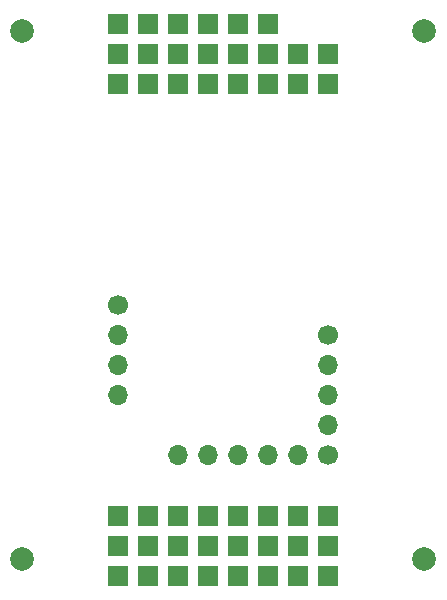
<source format=gbl>
G04 #@! TF.FileFunction,Copper,L2,Bot,Signal*
%FSLAX46Y46*%
G04 Gerber Fmt 4.6, Leading zero omitted, Abs format (unit mm)*
G04 Created by KiCad (PCBNEW 4.0.2-stable) date 06.07.2017 11:38:56*
%MOMM*%
G01*
G04 APERTURE LIST*
%ADD10C,0.100000*%
%ADD11R,1.700000X1.700000*%
%ADD12C,1.700000*%
%ADD13O,1.700000X1.700000*%
%ADD14C,2.000000*%
G04 APERTURE END LIST*
D10*
D11*
X170942000Y-92392500D03*
X173482000Y-92392500D03*
X176022000Y-92392500D03*
X178562000Y-92392500D03*
X181102000Y-92392500D03*
X183642000Y-92392500D03*
X186182000Y-92392500D03*
X188722000Y-92392500D03*
X170942000Y-89852500D03*
X173482000Y-89852500D03*
X176022000Y-89852500D03*
X178562000Y-89852500D03*
X181102000Y-89852500D03*
X183642000Y-89852500D03*
X186182000Y-89852500D03*
X188722000Y-89852500D03*
X170942000Y-87312500D03*
X173482000Y-87312500D03*
X176022000Y-87312500D03*
X178562000Y-87312500D03*
X181102000Y-87312500D03*
X183642000Y-87312500D03*
X170942000Y-128905000D03*
X173482000Y-128905000D03*
X176022000Y-128905000D03*
X178562000Y-128905000D03*
X181102000Y-128905000D03*
X183642000Y-128905000D03*
X186182000Y-128905000D03*
X188722000Y-128905000D03*
X170942000Y-131445000D03*
X173482000Y-131445000D03*
X176022000Y-131445000D03*
X178562000Y-131445000D03*
X181102000Y-131445000D03*
X183642000Y-131445000D03*
X186182000Y-131445000D03*
X188722000Y-131445000D03*
X170942000Y-133985000D03*
X173482000Y-133985000D03*
X176022000Y-133985000D03*
X178562000Y-133985000D03*
X181102000Y-133985000D03*
X183642000Y-133985000D03*
X186182000Y-133985000D03*
X188722000Y-133985000D03*
D12*
X170878500Y-111061500D03*
D13*
X170878500Y-113601500D03*
X170878500Y-116141500D03*
X170878500Y-118681500D03*
D12*
X188658500Y-113601500D03*
D13*
X188658500Y-116141500D03*
X188658500Y-118681500D03*
X188658500Y-121221500D03*
D12*
X188722000Y-123761500D03*
D13*
X186182000Y-123761500D03*
X183642000Y-123761500D03*
X181102000Y-123761500D03*
X178562000Y-123761500D03*
X176022000Y-123761500D03*
D14*
X196850000Y-87886000D03*
X196850000Y-132586000D03*
X162814000Y-132586000D03*
X162814000Y-87886000D03*
M02*

</source>
